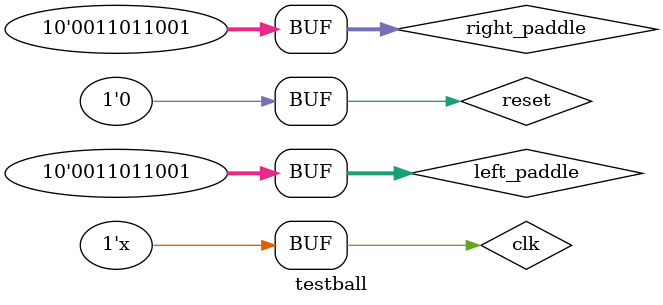
<source format=sv>
`include "../modules/ball.sv"

`timescale 1ns/1ps
module testball();
	reg clk;
	reg reset;
	reg score_left;
	reg score_right;
	reg [9:0] right_paddle;
	reg [9:0] left_paddle;
	reg [10:0] ball_pos_x;
	reg [10:0] ball_pos_y;

	initial begin
		clk = 1'd1;
		reset = 1'd1;
		right_paddle = 10'd217;
		left_paddle = 10'd217;
		#54 reset = 1'd0;
	end

	ball ball_mod(
		.clk(clk),
		.reset(reset),
		.left_paddle_y(left_paddle),
		.right_paddle_y(right_paddle),
		.score_right(score_right),
		.score_left(score_left),
		.ball_pos_x(ball_pos_x),
		.ball_pos_y(ball_pos_y)
	);

	always begin
		#54 clk = ~clk;
	end

endmodule

</source>
